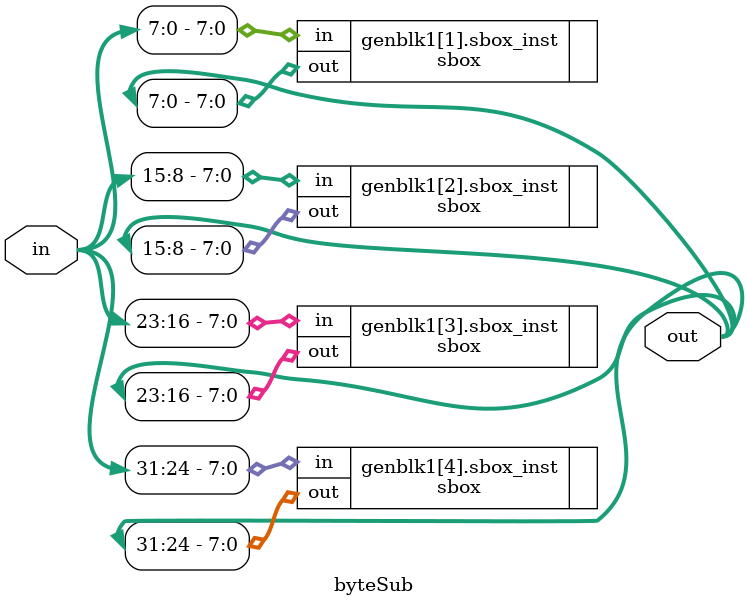
<source format=v>
`ifndef BYTESUB_V
`define BYTESUB_V
`include "sbox.v"
module byteSub (
     input [31:0]in ,
     output [31:0]out
);
genvar i ;
generate
     for(i = 1 ; i <= 4 ; i = i + 1)begin
          sbox sbox_inst(.in(in[i*8 -1 -:8 ]) , .out(out[i*8 -1 -: 8])) ;
     end
endgenerate

     
endmodule
`endif 
</source>
